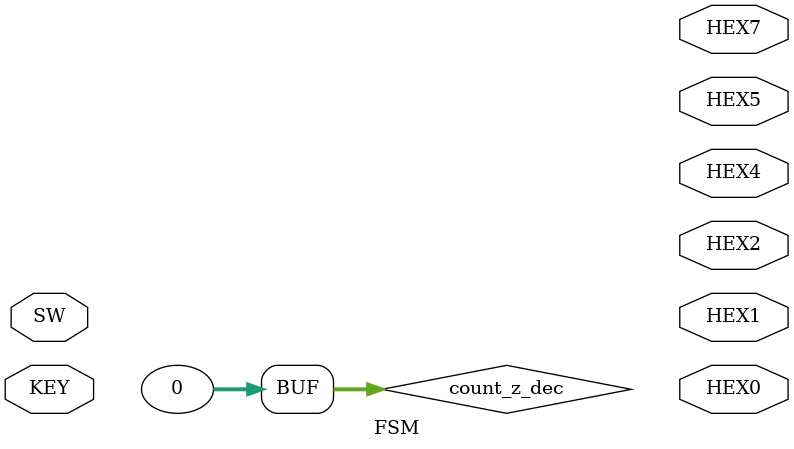
<source format=v>


module FSM(

	//////////// CLOCK //////////
	//input 		          		CLOCK_50,
	//input 		          		CLOCK2_50,
	//input 		          		CLOCK3_50,

	//////////// LED //////////
	//output		     [8:0]		LEDG,
	//output		    [17:0]		LEDR,

	//////////// KEY //////////
	input 		    [1:0]		KEY, //KEY[0] reset, KEY[1] clock

	//////////// SW //////////
	input 		    [1:0]		SW,//sw[0] --> SequenceInput

	//////////// SEG7 //////////
	output	reg     [6:0]		HEX0,	//NextState[0]
	output	reg     [6:0]		HEX1,	//NextState[1]
	output	reg     [6:0]		HEX2,	//NextState[2]
	//output		     [6:0]		HEX3,
	output	reg	[6:0]		HEX4,	//output reg [5:0] count_z
	output	reg     [6:0]		HEX5,	//output reg [5:0] count_z
	//output		     [6:0]		HEX6,
	output	reg     [6:0]		HEX7	//CountOutput: will show the 0 or 1 values of output 
);



//=======================================================
//  REG/WIRE declarations
//=======================================================

	reg CountOutput;
	reg [5:0] count_z;
	reg [2:0] CurrentState, NextState;
	
	integer count_z_dec=0;
	
	parameter Start = 3'b000,
			  First = 3'b001,
			  Second = 3'b011,
			  Third = 3'b010,
			  Delay = 3'b110,
			  SuccessD = 3'b111,
			  Success = 3'b101;


//=======================================================
//  Structural coding
//=======================================================

	always @ (posedge KEY[1]) begin 
		if (KEY[0])
			CurrentState <= Start;
			else 
			CurrentState <= NextState;
	end
	
	
	always @ (CurrentState or SW[1]) begin
		case(CurrentState)
			Start : begin 
				if (SW[1]) NextState = Start;
				else NextState = First;
			end 
		
			First : begin 
				if (SW[1]) NextState = Second;
				else NextState = First;
			end 
			
			Second : begin 
				if (SW[1]) NextState = Third;
				else NextState = First; 
				end 
				
			Third : begin 
				if (SW[1]) NextState = Success;
				else NextState = Delay;
			end
			
			Delay : begin
				if (SW[1]) NextState = SuccessD;
				else NextState = Delay;
			end 
			
			SuccessD : begin 
				if (SW[1]) NextState = Third;
				else NextState = First;
			end 
			
			Success : begin 
				NextState = Start;

			end
		endcase	
	end
	//Output Logic
endmodule

</source>
